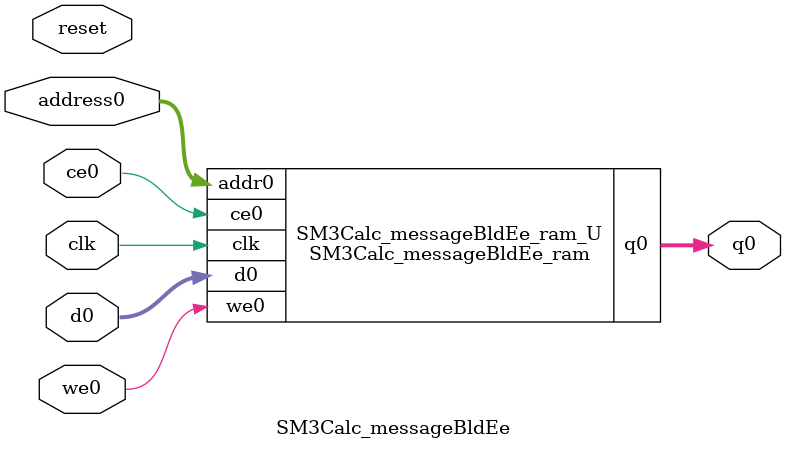
<source format=v>
`timescale 1 ns / 1 ps
module SM3Calc_messageBldEe_ram (addr0, ce0, d0, we0, q0,  clk);

parameter DWIDTH = 32;
parameter AWIDTH = 4;
parameter MEM_SIZE = 16;

input[AWIDTH-1:0] addr0;
input ce0;
input[DWIDTH-1:0] d0;
input we0;
output reg[DWIDTH-1:0] q0;
input clk;

(* ram_style = "distributed" *)reg [DWIDTH-1:0] ram[0:MEM_SIZE-1];




always @(posedge clk)  
begin 
    if (ce0) 
    begin
        if (we0) 
        begin 
            ram[addr0] <= d0; 
        end 
        q0 <= ram[addr0];
    end
end


endmodule

`timescale 1 ns / 1 ps
module SM3Calc_messageBldEe(
    reset,
    clk,
    address0,
    ce0,
    we0,
    d0,
    q0);

parameter DataWidth = 32'd32;
parameter AddressRange = 32'd16;
parameter AddressWidth = 32'd4;
input reset;
input clk;
input[AddressWidth - 1:0] address0;
input ce0;
input we0;
input[DataWidth - 1:0] d0;
output[DataWidth - 1:0] q0;



SM3Calc_messageBldEe_ram SM3Calc_messageBldEe_ram_U(
    .clk( clk ),
    .addr0( address0 ),
    .ce0( ce0 ),
    .we0( we0 ),
    .d0( d0 ),
    .q0( q0 ));

endmodule


</source>
